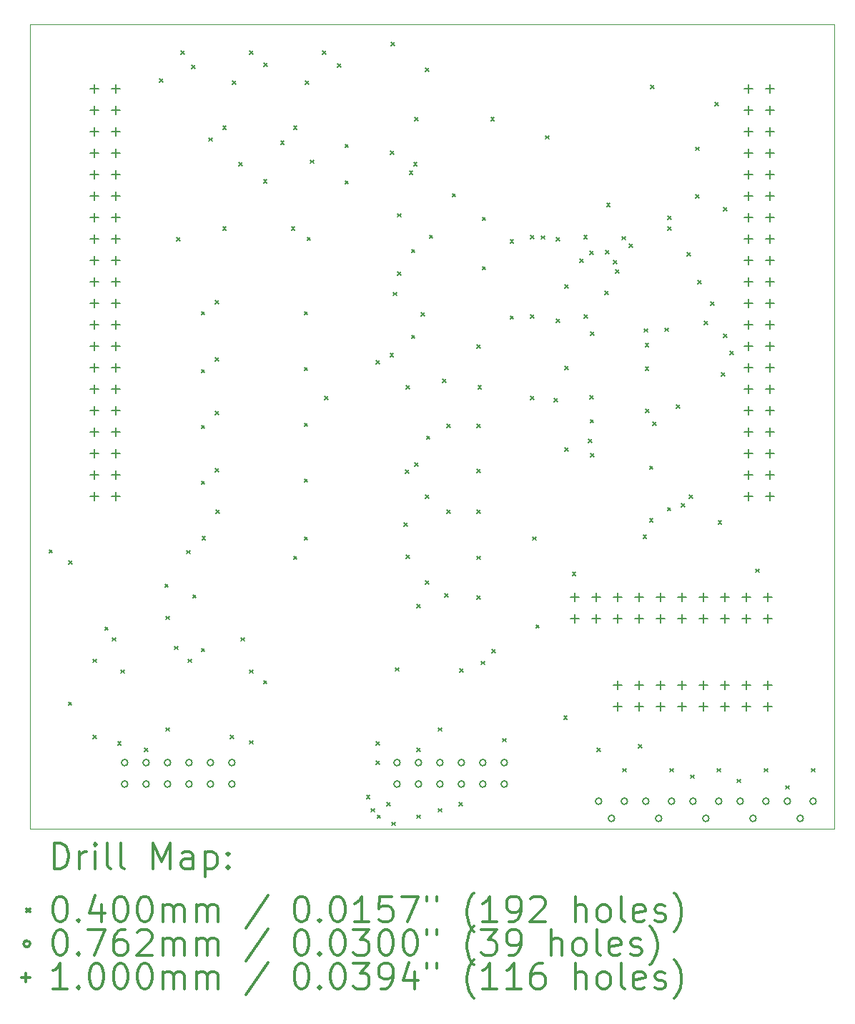
<source format=gbr>
%FSLAX45Y45*%
G04 Gerber Fmt 4.5, Leading zero omitted, Abs format (unit mm)*
G04 Created by KiCad (PCBNEW 5.99.0+really5.1.12+dfsg1-1~bpo11+1) date 2021-12-22 21:03:27*
%MOMM*%
%LPD*%
G01*
G04 APERTURE LIST*
%TA.AperFunction,Profile*%
%ADD10C,0.050000*%
%TD*%
%ADD11C,0.200000*%
%ADD12C,0.300000*%
G04 APERTURE END LIST*
D10*
X9232900Y-14706600D02*
X9232900Y-5181600D01*
X18757900Y-14706600D02*
X9232900Y-14706600D01*
X18757900Y-5181600D02*
X18757900Y-14706600D01*
X9232900Y-5181600D02*
X18757900Y-5181600D01*
D11*
X9454200Y-11397300D02*
X9494200Y-11437300D01*
X9494200Y-11397300D02*
X9454200Y-11437300D01*
X9682800Y-13200700D02*
X9722800Y-13240700D01*
X9722800Y-13200700D02*
X9682800Y-13240700D01*
X9689150Y-11530650D02*
X9729150Y-11570650D01*
X9729150Y-11530650D02*
X9689150Y-11570650D01*
X9974900Y-12692700D02*
X10014900Y-12732700D01*
X10014900Y-12692700D02*
X9974900Y-12732700D01*
X9974900Y-13594400D02*
X10014900Y-13634400D01*
X10014900Y-13594400D02*
X9974900Y-13634400D01*
X10114600Y-12311700D02*
X10154600Y-12351700D01*
X10154600Y-12311700D02*
X10114600Y-12351700D01*
X10203500Y-12438700D02*
X10243500Y-12478700D01*
X10243500Y-12438700D02*
X10203500Y-12478700D01*
X10267000Y-13670600D02*
X10307000Y-13710600D01*
X10307000Y-13670600D02*
X10267000Y-13710600D01*
X10305100Y-12819700D02*
X10345100Y-12859700D01*
X10345100Y-12819700D02*
X10305100Y-12859700D01*
X10584500Y-13746800D02*
X10624500Y-13786800D01*
X10624500Y-13746800D02*
X10584500Y-13786800D01*
X10762300Y-5822000D02*
X10802300Y-5862000D01*
X10802300Y-5822000D02*
X10762300Y-5862000D01*
X10825800Y-11803700D02*
X10865800Y-11843700D01*
X10865800Y-11803700D02*
X10825800Y-11843700D01*
X10838500Y-12184700D02*
X10878500Y-12224700D01*
X10878500Y-12184700D02*
X10838500Y-12224700D01*
X10838500Y-13505500D02*
X10878500Y-13545500D01*
X10878500Y-13505500D02*
X10838500Y-13545500D01*
X10941299Y-12541449D02*
X10981299Y-12581449D01*
X10981299Y-12541449D02*
X10941299Y-12581449D01*
X10965500Y-7701600D02*
X11005500Y-7741600D01*
X11005500Y-7701600D02*
X10965500Y-7741600D01*
X11017101Y-5491800D02*
X11057101Y-5531800D01*
X11057101Y-5491800D02*
X11017101Y-5531800D01*
X11084023Y-11405990D02*
X11124023Y-11445990D01*
X11124023Y-11405990D02*
X11084023Y-11445990D01*
X11104001Y-12692700D02*
X11144001Y-12732700D01*
X11144001Y-12692700D02*
X11104001Y-12732700D01*
X11142101Y-5663300D02*
X11182101Y-5703300D01*
X11182101Y-5663300D02*
X11142101Y-5703300D01*
X11156000Y-11930700D02*
X11196000Y-11970700D01*
X11196000Y-11930700D02*
X11156000Y-11970700D01*
X11257600Y-8577900D02*
X11297600Y-8617900D01*
X11297600Y-8577900D02*
X11257600Y-8617900D01*
X11257600Y-9263700D02*
X11297600Y-9303700D01*
X11297600Y-9263700D02*
X11257600Y-9303700D01*
X11257600Y-9924100D02*
X11297600Y-9964100D01*
X11297600Y-9924100D02*
X11257600Y-9964100D01*
X11257600Y-10584500D02*
X11297600Y-10624500D01*
X11297600Y-10584500D02*
X11257600Y-10624500D01*
X11257600Y-12565700D02*
X11297600Y-12605700D01*
X11297600Y-12565700D02*
X11257600Y-12605700D01*
X11267386Y-11241651D02*
X11307386Y-11281651D01*
X11307386Y-11241651D02*
X11267386Y-11281651D01*
X11346500Y-6520500D02*
X11386500Y-6560500D01*
X11386500Y-6520500D02*
X11346500Y-6560500D01*
X11423799Y-9122901D02*
X11463799Y-9162901D01*
X11463799Y-9122901D02*
X11423799Y-9162901D01*
X11423799Y-9760099D02*
X11463799Y-9800099D01*
X11463799Y-9760099D02*
X11423799Y-9800099D01*
X11426599Y-8449420D02*
X11466599Y-8489420D01*
X11466599Y-8449420D02*
X11426599Y-8489420D01*
X11426599Y-10434400D02*
X11466599Y-10474400D01*
X11466599Y-10434400D02*
X11426599Y-10474400D01*
X11432899Y-10928700D02*
X11472899Y-10968700D01*
X11472899Y-10928700D02*
X11432899Y-10968700D01*
X11511700Y-6380700D02*
X11551700Y-6420700D01*
X11551700Y-6380700D02*
X11511700Y-6420700D01*
X11512600Y-7573600D02*
X11552600Y-7613600D01*
X11552600Y-7573600D02*
X11512600Y-7613600D01*
X11600500Y-13594400D02*
X11640500Y-13634400D01*
X11640500Y-13594400D02*
X11600500Y-13634400D01*
X11627500Y-5845800D02*
X11667500Y-5885800D01*
X11667500Y-5845800D02*
X11627500Y-5885800D01*
X11704706Y-6813799D02*
X11744706Y-6853799D01*
X11744706Y-6813799D02*
X11704706Y-6853799D01*
X11727500Y-12438700D02*
X11767500Y-12478700D01*
X11767500Y-12438700D02*
X11727500Y-12478700D01*
X11829100Y-5491800D02*
X11869100Y-5531800D01*
X11869100Y-5491800D02*
X11829100Y-5531800D01*
X11829100Y-12819700D02*
X11869100Y-12859700D01*
X11869100Y-12819700D02*
X11829100Y-12859700D01*
X11829100Y-13657900D02*
X11869100Y-13697900D01*
X11869100Y-13657900D02*
X11829100Y-13697900D01*
X11994200Y-7015800D02*
X12034200Y-7055800D01*
X12034200Y-7015800D02*
X11994200Y-7055800D01*
X11994200Y-12946700D02*
X12034200Y-12986700D01*
X12034200Y-12946700D02*
X11994200Y-12986700D01*
X12000600Y-5637900D02*
X12040600Y-5677900D01*
X12040600Y-5637900D02*
X12000600Y-5677900D01*
X12197400Y-6558600D02*
X12237400Y-6598600D01*
X12237400Y-6558600D02*
X12197400Y-6598600D01*
X12325400Y-7573600D02*
X12365400Y-7613600D01*
X12365400Y-7573600D02*
X12325400Y-7613600D01*
X12349800Y-6380800D02*
X12389800Y-6420800D01*
X12389800Y-6380800D02*
X12349800Y-6420800D01*
X12349800Y-11473500D02*
X12389800Y-11513500D01*
X12389800Y-11473500D02*
X12349800Y-11513500D01*
X12476800Y-8577900D02*
X12516800Y-8617900D01*
X12516800Y-8577900D02*
X12476800Y-8617900D01*
X12476800Y-9238300D02*
X12516800Y-9278300D01*
X12516800Y-9238300D02*
X12476800Y-9278300D01*
X12476800Y-9898700D02*
X12516800Y-9938700D01*
X12516800Y-9898700D02*
X12476800Y-9938700D01*
X12476800Y-10559100D02*
X12516800Y-10599100D01*
X12516800Y-10559100D02*
X12476800Y-10599100D01*
X12476800Y-11244900D02*
X12516800Y-11284900D01*
X12516800Y-11244900D02*
X12476800Y-11284900D01*
X12489500Y-5847400D02*
X12529500Y-5887400D01*
X12529500Y-5847400D02*
X12489500Y-5887400D01*
X12511900Y-7698600D02*
X12551900Y-7738600D01*
X12551900Y-7698600D02*
X12511900Y-7738600D01*
X12550766Y-6784966D02*
X12590766Y-6824966D01*
X12590766Y-6784966D02*
X12550766Y-6824966D01*
X12692700Y-5491800D02*
X12732700Y-5531800D01*
X12732700Y-5491800D02*
X12692700Y-5531800D01*
X12718000Y-9581100D02*
X12758000Y-9621100D01*
X12758000Y-9581100D02*
X12718000Y-9621100D01*
X12872100Y-5645800D02*
X12912100Y-5685800D01*
X12912100Y-5645800D02*
X12872100Y-5685800D01*
X12959400Y-6596700D02*
X12999400Y-6636700D01*
X12999400Y-6596700D02*
X12959400Y-6636700D01*
X12959400Y-7028500D02*
X12999400Y-7068500D01*
X12999400Y-7028500D02*
X12959400Y-7068500D01*
X13213400Y-14305600D02*
X13253400Y-14345600D01*
X13253400Y-14305600D02*
X13213400Y-14345600D01*
X13267370Y-14464059D02*
X13307370Y-14504059D01*
X13307370Y-14464059D02*
X13267370Y-14504059D01*
X13327700Y-13670600D02*
X13367700Y-13710600D01*
X13367700Y-13670600D02*
X13327700Y-13710600D01*
X13327700Y-13899200D02*
X13367700Y-13939200D01*
X13367700Y-13899200D02*
X13327700Y-13939200D01*
X13327800Y-9162000D02*
X13367800Y-9202000D01*
X13367800Y-9162000D02*
X13327800Y-9202000D01*
X13340888Y-14539060D02*
X13380888Y-14579060D01*
X13380888Y-14539060D02*
X13340888Y-14579060D01*
X13455231Y-14389058D02*
X13495231Y-14429058D01*
X13495231Y-14389058D02*
X13455231Y-14429058D01*
X13492800Y-9073200D02*
X13532800Y-9113200D01*
X13532800Y-9073200D02*
X13492800Y-9113200D01*
X13496101Y-6679299D02*
X13536101Y-6719299D01*
X13536101Y-6679299D02*
X13496101Y-6719299D01*
X13505500Y-5390200D02*
X13545500Y-5430200D01*
X13545500Y-5390200D02*
X13505500Y-5430200D01*
X13517656Y-14623644D02*
X13557656Y-14663644D01*
X13557656Y-14623644D02*
X13517656Y-14663644D01*
X13530900Y-8349300D02*
X13570900Y-8389300D01*
X13570900Y-8349300D02*
X13530900Y-8389300D01*
X13556300Y-12794300D02*
X13596300Y-12834300D01*
X13596300Y-12794300D02*
X13556300Y-12834300D01*
X13584700Y-7419200D02*
X13624700Y-7459200D01*
X13624700Y-7419200D02*
X13584700Y-7459200D01*
X13584700Y-8111000D02*
X13624700Y-8151000D01*
X13624700Y-8111000D02*
X13584700Y-8151000D01*
X13657900Y-11079800D02*
X13697900Y-11119800D01*
X13697900Y-11079800D02*
X13657900Y-11119800D01*
X13673600Y-10456301D02*
X13713600Y-10496301D01*
X13713600Y-10456301D02*
X13673600Y-10496301D01*
X13683300Y-9454200D02*
X13723300Y-9494200D01*
X13723300Y-9454200D02*
X13683300Y-9494200D01*
X13683300Y-11460800D02*
X13723300Y-11500800D01*
X13723300Y-11460800D02*
X13683300Y-11500800D01*
X13721400Y-6914200D02*
X13761400Y-6954200D01*
X13761400Y-6914200D02*
X13721400Y-6954200D01*
X13746800Y-8857300D02*
X13786800Y-8897300D01*
X13786800Y-8857300D02*
X13746800Y-8897300D01*
X13748600Y-7841300D02*
X13788600Y-7881300D01*
X13788600Y-7841300D02*
X13748600Y-7881300D01*
X13772200Y-6812600D02*
X13812200Y-6852600D01*
X13812200Y-6812600D02*
X13772200Y-6852600D01*
X13784900Y-6279200D02*
X13824900Y-6319200D01*
X13824900Y-6279200D02*
X13784900Y-6319200D01*
X13784900Y-10368600D02*
X13824900Y-10408600D01*
X13824900Y-10368600D02*
X13784900Y-10408600D01*
X13810300Y-12045000D02*
X13850300Y-12085000D01*
X13850300Y-12045000D02*
X13810300Y-12085000D01*
X13810300Y-13746800D02*
X13850300Y-13786800D01*
X13850300Y-13746800D02*
X13810300Y-13786800D01*
X13810788Y-14539060D02*
X13850788Y-14579060D01*
X13850788Y-14539060D02*
X13810788Y-14579060D01*
X13860100Y-8591600D02*
X13900100Y-8631600D01*
X13900100Y-8591600D02*
X13860100Y-8631600D01*
X13911900Y-5695000D02*
X13951900Y-5735000D01*
X13951900Y-5695000D02*
X13911900Y-5735000D01*
X13911900Y-10749600D02*
X13951900Y-10789600D01*
X13951900Y-10749600D02*
X13911900Y-10789600D01*
X13911900Y-11765600D02*
X13951900Y-11805600D01*
X13951900Y-11765600D02*
X13911900Y-11805600D01*
X13924600Y-10051100D02*
X13964600Y-10091100D01*
X13964600Y-10051100D02*
X13924600Y-10091100D01*
X13959700Y-7673200D02*
X13999700Y-7713200D01*
X13999700Y-7673200D02*
X13959700Y-7713200D01*
X14064300Y-13505500D02*
X14104300Y-13545500D01*
X14104300Y-13505500D02*
X14064300Y-13545500D01*
X14066025Y-14464059D02*
X14106025Y-14504059D01*
X14106025Y-14464059D02*
X14066025Y-14504059D01*
X14115100Y-9378000D02*
X14155100Y-9418000D01*
X14155100Y-9378000D02*
X14115100Y-9418000D01*
X14140500Y-11918000D02*
X14180500Y-11958000D01*
X14180500Y-11918000D02*
X14140500Y-11958000D01*
X14165900Y-9911400D02*
X14205900Y-9951400D01*
X14205900Y-9911400D02*
X14165900Y-9951400D01*
X14165900Y-10927400D02*
X14205900Y-10967400D01*
X14205900Y-10927400D02*
X14165900Y-10967400D01*
X14229400Y-7180900D02*
X14269400Y-7220900D01*
X14269400Y-7180900D02*
X14229400Y-7220900D01*
X14312858Y-14389058D02*
X14352858Y-14429058D01*
X14352858Y-14389058D02*
X14312858Y-14429058D01*
X14318300Y-12807000D02*
X14358300Y-12847000D01*
X14358300Y-12807000D02*
X14318300Y-12847000D01*
X14521400Y-11473600D02*
X14561400Y-11513600D01*
X14561400Y-11473600D02*
X14521400Y-11513600D01*
X14521500Y-8971600D02*
X14561500Y-9011600D01*
X14561500Y-8971600D02*
X14521500Y-9011600D01*
X14521500Y-9911400D02*
X14561500Y-9951400D01*
X14561500Y-9911400D02*
X14521500Y-9951400D01*
X14521500Y-10444800D02*
X14561500Y-10484800D01*
X14561500Y-10444800D02*
X14521500Y-10484800D01*
X14521500Y-10927400D02*
X14561500Y-10967400D01*
X14561500Y-10927400D02*
X14521500Y-10967400D01*
X14521500Y-11943400D02*
X14561500Y-11983400D01*
X14561500Y-11943400D02*
X14521500Y-11983400D01*
X14534200Y-9454200D02*
X14574200Y-9494200D01*
X14574200Y-9454200D02*
X14534200Y-9494200D01*
X14572300Y-12718100D02*
X14612300Y-12758100D01*
X14612300Y-12718100D02*
X14572300Y-12758100D01*
X14585000Y-7460300D02*
X14625000Y-7500300D01*
X14625000Y-7460300D02*
X14585000Y-7500300D01*
X14585000Y-7460300D02*
X14625000Y-7500300D01*
X14625000Y-7460300D02*
X14585000Y-7500300D01*
X14585000Y-8044500D02*
X14625000Y-8084500D01*
X14625000Y-8044500D02*
X14585000Y-8084500D01*
X14686600Y-6279200D02*
X14726600Y-6319200D01*
X14726600Y-6279200D02*
X14686600Y-6319200D01*
X14699300Y-12578400D02*
X14739300Y-12618400D01*
X14739300Y-12578400D02*
X14699300Y-12618400D01*
X14826300Y-13632500D02*
X14866300Y-13672500D01*
X14866300Y-13632500D02*
X14826300Y-13672500D01*
X14915200Y-7727000D02*
X14955200Y-7767000D01*
X14955200Y-7727000D02*
X14915200Y-7767000D01*
X14915200Y-8628700D02*
X14955200Y-8668700D01*
X14955200Y-8628700D02*
X14915200Y-8668700D01*
X15156500Y-7676200D02*
X15196500Y-7716200D01*
X15196500Y-7676200D02*
X15156500Y-7716200D01*
X15156500Y-8616000D02*
X15196500Y-8656000D01*
X15196500Y-8616000D02*
X15156500Y-8656000D01*
X15156500Y-9581200D02*
X15196500Y-9621200D01*
X15196500Y-9581200D02*
X15156500Y-9621200D01*
X15181900Y-11244900D02*
X15221900Y-11284900D01*
X15221900Y-11244900D02*
X15181900Y-11284900D01*
X15220000Y-12286300D02*
X15260000Y-12326300D01*
X15260000Y-12286300D02*
X15220000Y-12326300D01*
X15283500Y-7682500D02*
X15323500Y-7722500D01*
X15323500Y-7682500D02*
X15283500Y-7722500D01*
X15334300Y-6495100D02*
X15374300Y-6535100D01*
X15374300Y-6495100D02*
X15334300Y-6535100D01*
X15435900Y-9606600D02*
X15475900Y-9646600D01*
X15475900Y-9606600D02*
X15435900Y-9646600D01*
X15461300Y-7701900D02*
X15501300Y-7741900D01*
X15501300Y-7701900D02*
X15461300Y-7741900D01*
X15461300Y-8666800D02*
X15501300Y-8706800D01*
X15501300Y-8666800D02*
X15461300Y-8706800D01*
X15550200Y-13365800D02*
X15590200Y-13405800D01*
X15590200Y-13365800D02*
X15550200Y-13405800D01*
X15562900Y-8260400D02*
X15602900Y-8300400D01*
X15602900Y-8260400D02*
X15562900Y-8300400D01*
X15562900Y-9225600D02*
X15602900Y-9265600D01*
X15602900Y-9225600D02*
X15562900Y-9265600D01*
X15562900Y-10190800D02*
X15602900Y-10230800D01*
X15602900Y-10190800D02*
X15562900Y-10230800D01*
X15651800Y-11664000D02*
X15691800Y-11704000D01*
X15691800Y-11664000D02*
X15651800Y-11704000D01*
X15740700Y-7955600D02*
X15780700Y-7995600D01*
X15780700Y-7955600D02*
X15740700Y-7995600D01*
X15788071Y-7676200D02*
X15828071Y-7716200D01*
X15828071Y-7676200D02*
X15788071Y-7716200D01*
X15791500Y-8616000D02*
X15831500Y-8656000D01*
X15831500Y-8616000D02*
X15791500Y-8656000D01*
X15842300Y-10089200D02*
X15882300Y-10129200D01*
X15882300Y-10089200D02*
X15842300Y-10129200D01*
X15861735Y-9570767D02*
X15901735Y-9610767D01*
X15901735Y-9570767D02*
X15861735Y-9610767D01*
X15863072Y-7860904D02*
X15903072Y-7900904D01*
X15903072Y-7860904D02*
X15863072Y-7900904D01*
X15865702Y-9858602D02*
X15905702Y-9898602D01*
X15905702Y-9858602D02*
X15865702Y-9898602D01*
X15867700Y-8819200D02*
X15907700Y-8859200D01*
X15907700Y-8819200D02*
X15867700Y-8859200D01*
X15869545Y-10261002D02*
X15909545Y-10301002D01*
X15909545Y-10261002D02*
X15869545Y-10301002D01*
X15943900Y-13746800D02*
X15983900Y-13786800D01*
X15983900Y-13746800D02*
X15943900Y-13786800D01*
X16037701Y-8336600D02*
X16077701Y-8376600D01*
X16077701Y-8336600D02*
X16037701Y-8376600D01*
X16045500Y-7854000D02*
X16085500Y-7894000D01*
X16085500Y-7854000D02*
X16045500Y-7894000D01*
X16058200Y-7295200D02*
X16098200Y-7335200D01*
X16098200Y-7295200D02*
X16058200Y-7335200D01*
X16058200Y-7295200D02*
X16098200Y-7335200D01*
X16098200Y-7295200D02*
X16058200Y-7335200D01*
X16141032Y-7975536D02*
X16181032Y-8015536D01*
X16181032Y-7975536D02*
X16141032Y-8015536D01*
X16166599Y-8082600D02*
X16206599Y-8122600D01*
X16206599Y-8082600D02*
X16166599Y-8122600D01*
X16242647Y-7689357D02*
X16282647Y-7729357D01*
X16282647Y-7689357D02*
X16242647Y-7729357D01*
X16248700Y-13988100D02*
X16288700Y-14028100D01*
X16288700Y-13988100D02*
X16248700Y-14028100D01*
X16326099Y-7778999D02*
X16366099Y-7818999D01*
X16366099Y-7778999D02*
X16326099Y-7818999D01*
X16433702Y-13707501D02*
X16473702Y-13747501D01*
X16473702Y-13707501D02*
X16433702Y-13747501D01*
X16491199Y-11225683D02*
X16531199Y-11265683D01*
X16531199Y-11225683D02*
X16491199Y-11265683D01*
X16504698Y-8782424D02*
X16544698Y-8822424D01*
X16544698Y-8782424D02*
X16504698Y-8822424D01*
X16517398Y-9236178D02*
X16557398Y-9276178D01*
X16557398Y-9236178D02*
X16517398Y-9276178D01*
X16517398Y-8954462D02*
X16557398Y-8994462D01*
X16557398Y-8954462D02*
X16517398Y-8994462D01*
X16523797Y-9734066D02*
X16563797Y-9774066D01*
X16563797Y-9734066D02*
X16523797Y-9774066D01*
X16566200Y-10406700D02*
X16606200Y-10446700D01*
X16606200Y-10406700D02*
X16566200Y-10446700D01*
X16566200Y-11029000D02*
X16606200Y-11069000D01*
X16606200Y-11029000D02*
X16566200Y-11069000D01*
X16578900Y-5898200D02*
X16618900Y-5938200D01*
X16618900Y-5898200D02*
X16578900Y-5938200D01*
X16604022Y-9884702D02*
X16644022Y-9924702D01*
X16644022Y-9884702D02*
X16604022Y-9924702D01*
X16750400Y-8774700D02*
X16790400Y-8814700D01*
X16790400Y-8774700D02*
X16750400Y-8814700D01*
X16778139Y-10900002D02*
X16818139Y-10940002D01*
X16818139Y-10900002D02*
X16778139Y-10940002D01*
X16782100Y-7447600D02*
X16822100Y-7487600D01*
X16822100Y-7447600D02*
X16782100Y-7487600D01*
X16782100Y-7574600D02*
X16822100Y-7614600D01*
X16822100Y-7574600D02*
X16782100Y-7614600D01*
X16807500Y-13988100D02*
X16847500Y-14028100D01*
X16847500Y-13988100D02*
X16807500Y-14028100D01*
X16883700Y-9682800D02*
X16923700Y-9722800D01*
X16923700Y-9682800D02*
X16883700Y-9722800D01*
X16946001Y-10849871D02*
X16986001Y-10889871D01*
X16986001Y-10849871D02*
X16946001Y-10889871D01*
X17010700Y-7879400D02*
X17050700Y-7919400D01*
X17050700Y-7879400D02*
X17010700Y-7919400D01*
X17035100Y-10750600D02*
X17075100Y-10790600D01*
X17075100Y-10750600D02*
X17035100Y-10790600D01*
X17053808Y-14066298D02*
X17093808Y-14106298D01*
X17093808Y-14066298D02*
X17053808Y-14106298D01*
X17112300Y-7193600D02*
X17152300Y-7233600D01*
X17152300Y-7193600D02*
X17112300Y-7233600D01*
X17115599Y-6631501D02*
X17155599Y-6671501D01*
X17155599Y-6631501D02*
X17115599Y-6671501D01*
X17137700Y-8209600D02*
X17177700Y-8249600D01*
X17177700Y-8209600D02*
X17137700Y-8249600D01*
X17213000Y-8691300D02*
X17253000Y-8731300D01*
X17253000Y-8691300D02*
X17213000Y-8731300D01*
X17290100Y-8463600D02*
X17330100Y-8503600D01*
X17330100Y-8463600D02*
X17290100Y-8503600D01*
X17340900Y-6101400D02*
X17380900Y-6141400D01*
X17380900Y-6101400D02*
X17340900Y-6141400D01*
X17366300Y-13988100D02*
X17406300Y-14028100D01*
X17406300Y-13988100D02*
X17366300Y-14028100D01*
X17379000Y-11054400D02*
X17419000Y-11094400D01*
X17419000Y-11054400D02*
X17379000Y-11094400D01*
X17417100Y-9301800D02*
X17457100Y-9341800D01*
X17457100Y-9301800D02*
X17417100Y-9341800D01*
X17442500Y-7346000D02*
X17482500Y-7386000D01*
X17482500Y-7346000D02*
X17442500Y-7386000D01*
X17442500Y-8844600D02*
X17482500Y-8884600D01*
X17482500Y-8844600D02*
X17442500Y-8884600D01*
X17518700Y-9047800D02*
X17558700Y-9087800D01*
X17558700Y-9047800D02*
X17518700Y-9087800D01*
X17605366Y-14116299D02*
X17645366Y-14156299D01*
X17645366Y-14116299D02*
X17605366Y-14156299D01*
X17823500Y-11625900D02*
X17863500Y-11665900D01*
X17863500Y-11625900D02*
X17823500Y-11665900D01*
X17925100Y-13988100D02*
X17965100Y-14028100D01*
X17965100Y-13988100D02*
X17925100Y-14028100D01*
X18179100Y-14191300D02*
X18219100Y-14231300D01*
X18219100Y-14191300D02*
X18179100Y-14231300D01*
X18483900Y-13988100D02*
X18523900Y-14028100D01*
X18523900Y-13988100D02*
X18483900Y-14028100D01*
X10388600Y-13919200D02*
G75*
G03*
X10388600Y-13919200I-38100J0D01*
G01*
X10388600Y-14173200D02*
G75*
G03*
X10388600Y-14173200I-38100J0D01*
G01*
X10642600Y-13919200D02*
G75*
G03*
X10642600Y-13919200I-38100J0D01*
G01*
X10642600Y-14173200D02*
G75*
G03*
X10642600Y-14173200I-38100J0D01*
G01*
X10896600Y-13919200D02*
G75*
G03*
X10896600Y-13919200I-38100J0D01*
G01*
X10896600Y-14173200D02*
G75*
G03*
X10896600Y-14173200I-38100J0D01*
G01*
X11150600Y-13919200D02*
G75*
G03*
X11150600Y-13919200I-38100J0D01*
G01*
X11150600Y-14173200D02*
G75*
G03*
X11150600Y-14173200I-38100J0D01*
G01*
X11404600Y-13919200D02*
G75*
G03*
X11404600Y-13919200I-38100J0D01*
G01*
X11404600Y-14173200D02*
G75*
G03*
X11404600Y-14173200I-38100J0D01*
G01*
X11658600Y-13919200D02*
G75*
G03*
X11658600Y-13919200I-38100J0D01*
G01*
X11658600Y-14173200D02*
G75*
G03*
X11658600Y-14173200I-38100J0D01*
G01*
X13614400Y-13919200D02*
G75*
G03*
X13614400Y-13919200I-38100J0D01*
G01*
X13614400Y-14173200D02*
G75*
G03*
X13614400Y-14173200I-38100J0D01*
G01*
X13868400Y-13919200D02*
G75*
G03*
X13868400Y-13919200I-38100J0D01*
G01*
X13868400Y-14173200D02*
G75*
G03*
X13868400Y-14173200I-38100J0D01*
G01*
X14122400Y-13919200D02*
G75*
G03*
X14122400Y-13919200I-38100J0D01*
G01*
X14122400Y-14173200D02*
G75*
G03*
X14122400Y-14173200I-38100J0D01*
G01*
X14376400Y-13919200D02*
G75*
G03*
X14376400Y-13919200I-38100J0D01*
G01*
X14376400Y-14173200D02*
G75*
G03*
X14376400Y-14173200I-38100J0D01*
G01*
X14630400Y-13919200D02*
G75*
G03*
X14630400Y-13919200I-38100J0D01*
G01*
X14630400Y-14173200D02*
G75*
G03*
X14630400Y-14173200I-38100J0D01*
G01*
X14884400Y-13919200D02*
G75*
G03*
X14884400Y-13919200I-38100J0D01*
G01*
X14884400Y-14173200D02*
G75*
G03*
X14884400Y-14173200I-38100J0D01*
G01*
X16002000Y-14376400D02*
G75*
G03*
X16002000Y-14376400I-38100J0D01*
G01*
X16154400Y-14579600D02*
G75*
G03*
X16154400Y-14579600I-38100J0D01*
G01*
X16306800Y-14376400D02*
G75*
G03*
X16306800Y-14376400I-38100J0D01*
G01*
X16560800Y-14376400D02*
G75*
G03*
X16560800Y-14376400I-38100J0D01*
G01*
X16713200Y-14579600D02*
G75*
G03*
X16713200Y-14579600I-38100J0D01*
G01*
X16865600Y-14376400D02*
G75*
G03*
X16865600Y-14376400I-38100J0D01*
G01*
X17119600Y-14376400D02*
G75*
G03*
X17119600Y-14376400I-38100J0D01*
G01*
X17272000Y-14579600D02*
G75*
G03*
X17272000Y-14579600I-38100J0D01*
G01*
X17424400Y-14376400D02*
G75*
G03*
X17424400Y-14376400I-38100J0D01*
G01*
X17678400Y-14376400D02*
G75*
G03*
X17678400Y-14376400I-38100J0D01*
G01*
X17830800Y-14579600D02*
G75*
G03*
X17830800Y-14579600I-38100J0D01*
G01*
X17983200Y-14376400D02*
G75*
G03*
X17983200Y-14376400I-38100J0D01*
G01*
X18237200Y-14376400D02*
G75*
G03*
X18237200Y-14376400I-38100J0D01*
G01*
X18389600Y-14579600D02*
G75*
G03*
X18389600Y-14579600I-38100J0D01*
G01*
X18542000Y-14376400D02*
G75*
G03*
X18542000Y-14376400I-38100J0D01*
G01*
X9994900Y-5893600D02*
X9994900Y-5993600D01*
X9944900Y-5943600D02*
X10044900Y-5943600D01*
X9994900Y-6147600D02*
X9994900Y-6247600D01*
X9944900Y-6197600D02*
X10044900Y-6197600D01*
X9994900Y-6401600D02*
X9994900Y-6501600D01*
X9944900Y-6451600D02*
X10044900Y-6451600D01*
X9994900Y-6655600D02*
X9994900Y-6755600D01*
X9944900Y-6705600D02*
X10044900Y-6705600D01*
X9994900Y-6909600D02*
X9994900Y-7009600D01*
X9944900Y-6959600D02*
X10044900Y-6959600D01*
X9994900Y-7163600D02*
X9994900Y-7263600D01*
X9944900Y-7213600D02*
X10044900Y-7213600D01*
X9994900Y-7417600D02*
X9994900Y-7517600D01*
X9944900Y-7467600D02*
X10044900Y-7467600D01*
X9994900Y-7671600D02*
X9994900Y-7771600D01*
X9944900Y-7721600D02*
X10044900Y-7721600D01*
X9994900Y-7925600D02*
X9994900Y-8025600D01*
X9944900Y-7975600D02*
X10044900Y-7975600D01*
X9994900Y-8179600D02*
X9994900Y-8279600D01*
X9944900Y-8229600D02*
X10044900Y-8229600D01*
X9994900Y-8433600D02*
X9994900Y-8533600D01*
X9944900Y-8483600D02*
X10044900Y-8483600D01*
X9994900Y-8687600D02*
X9994900Y-8787600D01*
X9944900Y-8737600D02*
X10044900Y-8737600D01*
X9994900Y-8941600D02*
X9994900Y-9041600D01*
X9944900Y-8991600D02*
X10044900Y-8991600D01*
X9994900Y-9195600D02*
X9994900Y-9295600D01*
X9944900Y-9245600D02*
X10044900Y-9245600D01*
X9994900Y-9449600D02*
X9994900Y-9549600D01*
X9944900Y-9499600D02*
X10044900Y-9499600D01*
X9994900Y-9703600D02*
X9994900Y-9803600D01*
X9944900Y-9753600D02*
X10044900Y-9753600D01*
X9994900Y-9957600D02*
X9994900Y-10057600D01*
X9944900Y-10007600D02*
X10044900Y-10007600D01*
X9994900Y-10211600D02*
X9994900Y-10311600D01*
X9944900Y-10261600D02*
X10044900Y-10261600D01*
X9994900Y-10465600D02*
X9994900Y-10565600D01*
X9944900Y-10515600D02*
X10044900Y-10515600D01*
X9994900Y-10719600D02*
X9994900Y-10819600D01*
X9944900Y-10769600D02*
X10044900Y-10769600D01*
X10248900Y-5893600D02*
X10248900Y-5993600D01*
X10198900Y-5943600D02*
X10298900Y-5943600D01*
X10248900Y-6147600D02*
X10248900Y-6247600D01*
X10198900Y-6197600D02*
X10298900Y-6197600D01*
X10248900Y-6401600D02*
X10248900Y-6501600D01*
X10198900Y-6451600D02*
X10298900Y-6451600D01*
X10248900Y-6655600D02*
X10248900Y-6755600D01*
X10198900Y-6705600D02*
X10298900Y-6705600D01*
X10248900Y-6909600D02*
X10248900Y-7009600D01*
X10198900Y-6959600D02*
X10298900Y-6959600D01*
X10248900Y-7163600D02*
X10248900Y-7263600D01*
X10198900Y-7213600D02*
X10298900Y-7213600D01*
X10248900Y-7417600D02*
X10248900Y-7517600D01*
X10198900Y-7467600D02*
X10298900Y-7467600D01*
X10248900Y-7671600D02*
X10248900Y-7771600D01*
X10198900Y-7721600D02*
X10298900Y-7721600D01*
X10248900Y-7925600D02*
X10248900Y-8025600D01*
X10198900Y-7975600D02*
X10298900Y-7975600D01*
X10248900Y-8179600D02*
X10248900Y-8279600D01*
X10198900Y-8229600D02*
X10298900Y-8229600D01*
X10248900Y-8433600D02*
X10248900Y-8533600D01*
X10198900Y-8483600D02*
X10298900Y-8483600D01*
X10248900Y-8687600D02*
X10248900Y-8787600D01*
X10198900Y-8737600D02*
X10298900Y-8737600D01*
X10248900Y-8941600D02*
X10248900Y-9041600D01*
X10198900Y-8991600D02*
X10298900Y-8991600D01*
X10248900Y-9195600D02*
X10248900Y-9295600D01*
X10198900Y-9245600D02*
X10298900Y-9245600D01*
X10248900Y-9449600D02*
X10248900Y-9549600D01*
X10198900Y-9499600D02*
X10298900Y-9499600D01*
X10248900Y-9703600D02*
X10248900Y-9803600D01*
X10198900Y-9753600D02*
X10298900Y-9753600D01*
X10248900Y-9957600D02*
X10248900Y-10057600D01*
X10198900Y-10007600D02*
X10298900Y-10007600D01*
X10248900Y-10211600D02*
X10248900Y-10311600D01*
X10198900Y-10261600D02*
X10298900Y-10261600D01*
X10248900Y-10465600D02*
X10248900Y-10565600D01*
X10198900Y-10515600D02*
X10298900Y-10515600D01*
X10248900Y-10719600D02*
X10248900Y-10819600D01*
X10198900Y-10769600D02*
X10298900Y-10769600D01*
X15684500Y-11913400D02*
X15684500Y-12013400D01*
X15634500Y-11963400D02*
X15734500Y-11963400D01*
X15684500Y-12167400D02*
X15684500Y-12267400D01*
X15634500Y-12217400D02*
X15734500Y-12217400D01*
X15938500Y-11913400D02*
X15938500Y-12013400D01*
X15888500Y-11963400D02*
X15988500Y-11963400D01*
X15938500Y-12167400D02*
X15938500Y-12267400D01*
X15888500Y-12217400D02*
X15988500Y-12217400D01*
X16192500Y-11913400D02*
X16192500Y-12013400D01*
X16142500Y-11963400D02*
X16242500Y-11963400D01*
X16192500Y-12167400D02*
X16192500Y-12267400D01*
X16142500Y-12217400D02*
X16242500Y-12217400D01*
X16192500Y-12954800D02*
X16192500Y-13054800D01*
X16142500Y-13004800D02*
X16242500Y-13004800D01*
X16192500Y-13208800D02*
X16192500Y-13308800D01*
X16142500Y-13258800D02*
X16242500Y-13258800D01*
X16446500Y-11913400D02*
X16446500Y-12013400D01*
X16396500Y-11963400D02*
X16496500Y-11963400D01*
X16446500Y-12167400D02*
X16446500Y-12267400D01*
X16396500Y-12217400D02*
X16496500Y-12217400D01*
X16446500Y-12954800D02*
X16446500Y-13054800D01*
X16396500Y-13004800D02*
X16496500Y-13004800D01*
X16446500Y-13208800D02*
X16446500Y-13308800D01*
X16396500Y-13258800D02*
X16496500Y-13258800D01*
X16700500Y-11913400D02*
X16700500Y-12013400D01*
X16650500Y-11963400D02*
X16750500Y-11963400D01*
X16700500Y-12167400D02*
X16700500Y-12267400D01*
X16650500Y-12217400D02*
X16750500Y-12217400D01*
X16700500Y-12954800D02*
X16700500Y-13054800D01*
X16650500Y-13004800D02*
X16750500Y-13004800D01*
X16700500Y-13208800D02*
X16700500Y-13308800D01*
X16650500Y-13258800D02*
X16750500Y-13258800D01*
X16954500Y-11913400D02*
X16954500Y-12013400D01*
X16904500Y-11963400D02*
X17004500Y-11963400D01*
X16954500Y-12167400D02*
X16954500Y-12267400D01*
X16904500Y-12217400D02*
X17004500Y-12217400D01*
X16954500Y-12954800D02*
X16954500Y-13054800D01*
X16904500Y-13004800D02*
X17004500Y-13004800D01*
X16954500Y-13208800D02*
X16954500Y-13308800D01*
X16904500Y-13258800D02*
X17004500Y-13258800D01*
X17208500Y-11913400D02*
X17208500Y-12013400D01*
X17158500Y-11963400D02*
X17258500Y-11963400D01*
X17208500Y-12167400D02*
X17208500Y-12267400D01*
X17158500Y-12217400D02*
X17258500Y-12217400D01*
X17208500Y-12954800D02*
X17208500Y-13054800D01*
X17158500Y-13004800D02*
X17258500Y-13004800D01*
X17208500Y-13208800D02*
X17208500Y-13308800D01*
X17158500Y-13258800D02*
X17258500Y-13258800D01*
X17462500Y-11913400D02*
X17462500Y-12013400D01*
X17412500Y-11963400D02*
X17512500Y-11963400D01*
X17462500Y-12167400D02*
X17462500Y-12267400D01*
X17412500Y-12217400D02*
X17512500Y-12217400D01*
X17462500Y-12954800D02*
X17462500Y-13054800D01*
X17412500Y-13004800D02*
X17512500Y-13004800D01*
X17462500Y-13208800D02*
X17462500Y-13308800D01*
X17412500Y-13258800D02*
X17512500Y-13258800D01*
X17716500Y-11913400D02*
X17716500Y-12013400D01*
X17666500Y-11963400D02*
X17766500Y-11963400D01*
X17716500Y-12167400D02*
X17716500Y-12267400D01*
X17666500Y-12217400D02*
X17766500Y-12217400D01*
X17716500Y-12954800D02*
X17716500Y-13054800D01*
X17666500Y-13004800D02*
X17766500Y-13004800D01*
X17716500Y-13208800D02*
X17716500Y-13308800D01*
X17666500Y-13258800D02*
X17766500Y-13258800D01*
X17741900Y-5893600D02*
X17741900Y-5993600D01*
X17691900Y-5943600D02*
X17791900Y-5943600D01*
X17741900Y-6147600D02*
X17741900Y-6247600D01*
X17691900Y-6197600D02*
X17791900Y-6197600D01*
X17741900Y-6401600D02*
X17741900Y-6501600D01*
X17691900Y-6451600D02*
X17791900Y-6451600D01*
X17741900Y-6655600D02*
X17741900Y-6755600D01*
X17691900Y-6705600D02*
X17791900Y-6705600D01*
X17741900Y-6909600D02*
X17741900Y-7009600D01*
X17691900Y-6959600D02*
X17791900Y-6959600D01*
X17741900Y-7163600D02*
X17741900Y-7263600D01*
X17691900Y-7213600D02*
X17791900Y-7213600D01*
X17741900Y-7417600D02*
X17741900Y-7517600D01*
X17691900Y-7467600D02*
X17791900Y-7467600D01*
X17741900Y-7671600D02*
X17741900Y-7771600D01*
X17691900Y-7721600D02*
X17791900Y-7721600D01*
X17741900Y-7925600D02*
X17741900Y-8025600D01*
X17691900Y-7975600D02*
X17791900Y-7975600D01*
X17741900Y-8179600D02*
X17741900Y-8279600D01*
X17691900Y-8229600D02*
X17791900Y-8229600D01*
X17741900Y-8433600D02*
X17741900Y-8533600D01*
X17691900Y-8483600D02*
X17791900Y-8483600D01*
X17741900Y-8687600D02*
X17741900Y-8787600D01*
X17691900Y-8737600D02*
X17791900Y-8737600D01*
X17741900Y-8941600D02*
X17741900Y-9041600D01*
X17691900Y-8991600D02*
X17791900Y-8991600D01*
X17741900Y-9195600D02*
X17741900Y-9295600D01*
X17691900Y-9245600D02*
X17791900Y-9245600D01*
X17741900Y-9449600D02*
X17741900Y-9549600D01*
X17691900Y-9499600D02*
X17791900Y-9499600D01*
X17741900Y-9703600D02*
X17741900Y-9803600D01*
X17691900Y-9753600D02*
X17791900Y-9753600D01*
X17741900Y-9957600D02*
X17741900Y-10057600D01*
X17691900Y-10007600D02*
X17791900Y-10007600D01*
X17741900Y-10211600D02*
X17741900Y-10311600D01*
X17691900Y-10261600D02*
X17791900Y-10261600D01*
X17741900Y-10465600D02*
X17741900Y-10565600D01*
X17691900Y-10515600D02*
X17791900Y-10515600D01*
X17741900Y-10719600D02*
X17741900Y-10819600D01*
X17691900Y-10769600D02*
X17791900Y-10769600D01*
X17970500Y-11913400D02*
X17970500Y-12013400D01*
X17920500Y-11963400D02*
X18020500Y-11963400D01*
X17970500Y-12167400D02*
X17970500Y-12267400D01*
X17920500Y-12217400D02*
X18020500Y-12217400D01*
X17970500Y-12954800D02*
X17970500Y-13054800D01*
X17920500Y-13004800D02*
X18020500Y-13004800D01*
X17970500Y-13208800D02*
X17970500Y-13308800D01*
X17920500Y-13258800D02*
X18020500Y-13258800D01*
X17995900Y-5893600D02*
X17995900Y-5993600D01*
X17945900Y-5943600D02*
X18045900Y-5943600D01*
X17995900Y-6147600D02*
X17995900Y-6247600D01*
X17945900Y-6197600D02*
X18045900Y-6197600D01*
X17995900Y-6401600D02*
X17995900Y-6501600D01*
X17945900Y-6451600D02*
X18045900Y-6451600D01*
X17995900Y-6655600D02*
X17995900Y-6755600D01*
X17945900Y-6705600D02*
X18045900Y-6705600D01*
X17995900Y-6909600D02*
X17995900Y-7009600D01*
X17945900Y-6959600D02*
X18045900Y-6959600D01*
X17995900Y-7163600D02*
X17995900Y-7263600D01*
X17945900Y-7213600D02*
X18045900Y-7213600D01*
X17995900Y-7417600D02*
X17995900Y-7517600D01*
X17945900Y-7467600D02*
X18045900Y-7467600D01*
X17995900Y-7671600D02*
X17995900Y-7771600D01*
X17945900Y-7721600D02*
X18045900Y-7721600D01*
X17995900Y-7925600D02*
X17995900Y-8025600D01*
X17945900Y-7975600D02*
X18045900Y-7975600D01*
X17995900Y-8179600D02*
X17995900Y-8279600D01*
X17945900Y-8229600D02*
X18045900Y-8229600D01*
X17995900Y-8433600D02*
X17995900Y-8533600D01*
X17945900Y-8483600D02*
X18045900Y-8483600D01*
X17995900Y-8687600D02*
X17995900Y-8787600D01*
X17945900Y-8737600D02*
X18045900Y-8737600D01*
X17995900Y-8941600D02*
X17995900Y-9041600D01*
X17945900Y-8991600D02*
X18045900Y-8991600D01*
X17995900Y-9195600D02*
X17995900Y-9295600D01*
X17945900Y-9245600D02*
X18045900Y-9245600D01*
X17995900Y-9449600D02*
X17995900Y-9549600D01*
X17945900Y-9499600D02*
X18045900Y-9499600D01*
X17995900Y-9703600D02*
X17995900Y-9803600D01*
X17945900Y-9753600D02*
X18045900Y-9753600D01*
X17995900Y-9957600D02*
X17995900Y-10057600D01*
X17945900Y-10007600D02*
X18045900Y-10007600D01*
X17995900Y-10211600D02*
X17995900Y-10311600D01*
X17945900Y-10261600D02*
X18045900Y-10261600D01*
X17995900Y-10465600D02*
X17995900Y-10565600D01*
X17945900Y-10515600D02*
X18045900Y-10515600D01*
X17995900Y-10719600D02*
X17995900Y-10819600D01*
X17945900Y-10769600D02*
X18045900Y-10769600D01*
D12*
X9516828Y-15174814D02*
X9516828Y-14874814D01*
X9588257Y-14874814D01*
X9631114Y-14889100D01*
X9659686Y-14917671D01*
X9673971Y-14946243D01*
X9688257Y-15003386D01*
X9688257Y-15046243D01*
X9673971Y-15103386D01*
X9659686Y-15131957D01*
X9631114Y-15160529D01*
X9588257Y-15174814D01*
X9516828Y-15174814D01*
X9816828Y-15174814D02*
X9816828Y-14974814D01*
X9816828Y-15031957D02*
X9831114Y-15003386D01*
X9845400Y-14989100D01*
X9873971Y-14974814D01*
X9902543Y-14974814D01*
X10002543Y-15174814D02*
X10002543Y-14974814D01*
X10002543Y-14874814D02*
X9988257Y-14889100D01*
X10002543Y-14903386D01*
X10016828Y-14889100D01*
X10002543Y-14874814D01*
X10002543Y-14903386D01*
X10188257Y-15174814D02*
X10159686Y-15160529D01*
X10145400Y-15131957D01*
X10145400Y-14874814D01*
X10345400Y-15174814D02*
X10316828Y-15160529D01*
X10302543Y-15131957D01*
X10302543Y-14874814D01*
X10688257Y-15174814D02*
X10688257Y-14874814D01*
X10788257Y-15089100D01*
X10888257Y-14874814D01*
X10888257Y-15174814D01*
X11159686Y-15174814D02*
X11159686Y-15017671D01*
X11145400Y-14989100D01*
X11116828Y-14974814D01*
X11059686Y-14974814D01*
X11031114Y-14989100D01*
X11159686Y-15160529D02*
X11131114Y-15174814D01*
X11059686Y-15174814D01*
X11031114Y-15160529D01*
X11016828Y-15131957D01*
X11016828Y-15103386D01*
X11031114Y-15074814D01*
X11059686Y-15060529D01*
X11131114Y-15060529D01*
X11159686Y-15046243D01*
X11302543Y-14974814D02*
X11302543Y-15274814D01*
X11302543Y-14989100D02*
X11331114Y-14974814D01*
X11388257Y-14974814D01*
X11416828Y-14989100D01*
X11431114Y-15003386D01*
X11445400Y-15031957D01*
X11445400Y-15117671D01*
X11431114Y-15146243D01*
X11416828Y-15160529D01*
X11388257Y-15174814D01*
X11331114Y-15174814D01*
X11302543Y-15160529D01*
X11573971Y-15146243D02*
X11588257Y-15160529D01*
X11573971Y-15174814D01*
X11559686Y-15160529D01*
X11573971Y-15146243D01*
X11573971Y-15174814D01*
X11573971Y-14989100D02*
X11588257Y-15003386D01*
X11573971Y-15017671D01*
X11559686Y-15003386D01*
X11573971Y-14989100D01*
X11573971Y-15017671D01*
X9190400Y-15649100D02*
X9230400Y-15689100D01*
X9230400Y-15649100D02*
X9190400Y-15689100D01*
X9573971Y-15504814D02*
X9602543Y-15504814D01*
X9631114Y-15519100D01*
X9645400Y-15533386D01*
X9659686Y-15561957D01*
X9673971Y-15619100D01*
X9673971Y-15690529D01*
X9659686Y-15747671D01*
X9645400Y-15776243D01*
X9631114Y-15790529D01*
X9602543Y-15804814D01*
X9573971Y-15804814D01*
X9545400Y-15790529D01*
X9531114Y-15776243D01*
X9516828Y-15747671D01*
X9502543Y-15690529D01*
X9502543Y-15619100D01*
X9516828Y-15561957D01*
X9531114Y-15533386D01*
X9545400Y-15519100D01*
X9573971Y-15504814D01*
X9802543Y-15776243D02*
X9816828Y-15790529D01*
X9802543Y-15804814D01*
X9788257Y-15790529D01*
X9802543Y-15776243D01*
X9802543Y-15804814D01*
X10073971Y-15604814D02*
X10073971Y-15804814D01*
X10002543Y-15490529D02*
X9931114Y-15704814D01*
X10116828Y-15704814D01*
X10288257Y-15504814D02*
X10316828Y-15504814D01*
X10345400Y-15519100D01*
X10359686Y-15533386D01*
X10373971Y-15561957D01*
X10388257Y-15619100D01*
X10388257Y-15690529D01*
X10373971Y-15747671D01*
X10359686Y-15776243D01*
X10345400Y-15790529D01*
X10316828Y-15804814D01*
X10288257Y-15804814D01*
X10259686Y-15790529D01*
X10245400Y-15776243D01*
X10231114Y-15747671D01*
X10216828Y-15690529D01*
X10216828Y-15619100D01*
X10231114Y-15561957D01*
X10245400Y-15533386D01*
X10259686Y-15519100D01*
X10288257Y-15504814D01*
X10573971Y-15504814D02*
X10602543Y-15504814D01*
X10631114Y-15519100D01*
X10645400Y-15533386D01*
X10659686Y-15561957D01*
X10673971Y-15619100D01*
X10673971Y-15690529D01*
X10659686Y-15747671D01*
X10645400Y-15776243D01*
X10631114Y-15790529D01*
X10602543Y-15804814D01*
X10573971Y-15804814D01*
X10545400Y-15790529D01*
X10531114Y-15776243D01*
X10516828Y-15747671D01*
X10502543Y-15690529D01*
X10502543Y-15619100D01*
X10516828Y-15561957D01*
X10531114Y-15533386D01*
X10545400Y-15519100D01*
X10573971Y-15504814D01*
X10802543Y-15804814D02*
X10802543Y-15604814D01*
X10802543Y-15633386D02*
X10816828Y-15619100D01*
X10845400Y-15604814D01*
X10888257Y-15604814D01*
X10916828Y-15619100D01*
X10931114Y-15647671D01*
X10931114Y-15804814D01*
X10931114Y-15647671D02*
X10945400Y-15619100D01*
X10973971Y-15604814D01*
X11016828Y-15604814D01*
X11045400Y-15619100D01*
X11059686Y-15647671D01*
X11059686Y-15804814D01*
X11202543Y-15804814D02*
X11202543Y-15604814D01*
X11202543Y-15633386D02*
X11216828Y-15619100D01*
X11245400Y-15604814D01*
X11288257Y-15604814D01*
X11316828Y-15619100D01*
X11331114Y-15647671D01*
X11331114Y-15804814D01*
X11331114Y-15647671D02*
X11345400Y-15619100D01*
X11373971Y-15604814D01*
X11416828Y-15604814D01*
X11445400Y-15619100D01*
X11459686Y-15647671D01*
X11459686Y-15804814D01*
X12045400Y-15490529D02*
X11788257Y-15876243D01*
X12431114Y-15504814D02*
X12459686Y-15504814D01*
X12488257Y-15519100D01*
X12502543Y-15533386D01*
X12516828Y-15561957D01*
X12531114Y-15619100D01*
X12531114Y-15690529D01*
X12516828Y-15747671D01*
X12502543Y-15776243D01*
X12488257Y-15790529D01*
X12459686Y-15804814D01*
X12431114Y-15804814D01*
X12402543Y-15790529D01*
X12388257Y-15776243D01*
X12373971Y-15747671D01*
X12359686Y-15690529D01*
X12359686Y-15619100D01*
X12373971Y-15561957D01*
X12388257Y-15533386D01*
X12402543Y-15519100D01*
X12431114Y-15504814D01*
X12659686Y-15776243D02*
X12673971Y-15790529D01*
X12659686Y-15804814D01*
X12645400Y-15790529D01*
X12659686Y-15776243D01*
X12659686Y-15804814D01*
X12859686Y-15504814D02*
X12888257Y-15504814D01*
X12916828Y-15519100D01*
X12931114Y-15533386D01*
X12945400Y-15561957D01*
X12959686Y-15619100D01*
X12959686Y-15690529D01*
X12945400Y-15747671D01*
X12931114Y-15776243D01*
X12916828Y-15790529D01*
X12888257Y-15804814D01*
X12859686Y-15804814D01*
X12831114Y-15790529D01*
X12816828Y-15776243D01*
X12802543Y-15747671D01*
X12788257Y-15690529D01*
X12788257Y-15619100D01*
X12802543Y-15561957D01*
X12816828Y-15533386D01*
X12831114Y-15519100D01*
X12859686Y-15504814D01*
X13245400Y-15804814D02*
X13073971Y-15804814D01*
X13159686Y-15804814D02*
X13159686Y-15504814D01*
X13131114Y-15547671D01*
X13102543Y-15576243D01*
X13073971Y-15590529D01*
X13516828Y-15504814D02*
X13373971Y-15504814D01*
X13359686Y-15647671D01*
X13373971Y-15633386D01*
X13402543Y-15619100D01*
X13473971Y-15619100D01*
X13502543Y-15633386D01*
X13516828Y-15647671D01*
X13531114Y-15676243D01*
X13531114Y-15747671D01*
X13516828Y-15776243D01*
X13502543Y-15790529D01*
X13473971Y-15804814D01*
X13402543Y-15804814D01*
X13373971Y-15790529D01*
X13359686Y-15776243D01*
X13631114Y-15504814D02*
X13831114Y-15504814D01*
X13702543Y-15804814D01*
X13931114Y-15504814D02*
X13931114Y-15561957D01*
X14045400Y-15504814D02*
X14045400Y-15561957D01*
X14488257Y-15919100D02*
X14473971Y-15904814D01*
X14445400Y-15861957D01*
X14431114Y-15833386D01*
X14416828Y-15790529D01*
X14402543Y-15719100D01*
X14402543Y-15661957D01*
X14416828Y-15590529D01*
X14431114Y-15547671D01*
X14445400Y-15519100D01*
X14473971Y-15476243D01*
X14488257Y-15461957D01*
X14759686Y-15804814D02*
X14588257Y-15804814D01*
X14673971Y-15804814D02*
X14673971Y-15504814D01*
X14645400Y-15547671D01*
X14616828Y-15576243D01*
X14588257Y-15590529D01*
X14902543Y-15804814D02*
X14959686Y-15804814D01*
X14988257Y-15790529D01*
X15002543Y-15776243D01*
X15031114Y-15733386D01*
X15045400Y-15676243D01*
X15045400Y-15561957D01*
X15031114Y-15533386D01*
X15016828Y-15519100D01*
X14988257Y-15504814D01*
X14931114Y-15504814D01*
X14902543Y-15519100D01*
X14888257Y-15533386D01*
X14873971Y-15561957D01*
X14873971Y-15633386D01*
X14888257Y-15661957D01*
X14902543Y-15676243D01*
X14931114Y-15690529D01*
X14988257Y-15690529D01*
X15016828Y-15676243D01*
X15031114Y-15661957D01*
X15045400Y-15633386D01*
X15159686Y-15533386D02*
X15173971Y-15519100D01*
X15202543Y-15504814D01*
X15273971Y-15504814D01*
X15302543Y-15519100D01*
X15316828Y-15533386D01*
X15331114Y-15561957D01*
X15331114Y-15590529D01*
X15316828Y-15633386D01*
X15145400Y-15804814D01*
X15331114Y-15804814D01*
X15688257Y-15804814D02*
X15688257Y-15504814D01*
X15816828Y-15804814D02*
X15816828Y-15647671D01*
X15802543Y-15619100D01*
X15773971Y-15604814D01*
X15731114Y-15604814D01*
X15702543Y-15619100D01*
X15688257Y-15633386D01*
X16002543Y-15804814D02*
X15973971Y-15790529D01*
X15959686Y-15776243D01*
X15945400Y-15747671D01*
X15945400Y-15661957D01*
X15959686Y-15633386D01*
X15973971Y-15619100D01*
X16002543Y-15604814D01*
X16045400Y-15604814D01*
X16073971Y-15619100D01*
X16088257Y-15633386D01*
X16102543Y-15661957D01*
X16102543Y-15747671D01*
X16088257Y-15776243D01*
X16073971Y-15790529D01*
X16045400Y-15804814D01*
X16002543Y-15804814D01*
X16273971Y-15804814D02*
X16245400Y-15790529D01*
X16231114Y-15761957D01*
X16231114Y-15504814D01*
X16502543Y-15790529D02*
X16473971Y-15804814D01*
X16416828Y-15804814D01*
X16388257Y-15790529D01*
X16373971Y-15761957D01*
X16373971Y-15647671D01*
X16388257Y-15619100D01*
X16416828Y-15604814D01*
X16473971Y-15604814D01*
X16502543Y-15619100D01*
X16516828Y-15647671D01*
X16516828Y-15676243D01*
X16373971Y-15704814D01*
X16631114Y-15790529D02*
X16659686Y-15804814D01*
X16716828Y-15804814D01*
X16745400Y-15790529D01*
X16759686Y-15761957D01*
X16759686Y-15747671D01*
X16745400Y-15719100D01*
X16716828Y-15704814D01*
X16673971Y-15704814D01*
X16645400Y-15690529D01*
X16631114Y-15661957D01*
X16631114Y-15647671D01*
X16645400Y-15619100D01*
X16673971Y-15604814D01*
X16716828Y-15604814D01*
X16745400Y-15619100D01*
X16859686Y-15919100D02*
X16873971Y-15904814D01*
X16902543Y-15861957D01*
X16916828Y-15833386D01*
X16931114Y-15790529D01*
X16945400Y-15719100D01*
X16945400Y-15661957D01*
X16931114Y-15590529D01*
X16916828Y-15547671D01*
X16902543Y-15519100D01*
X16873971Y-15476243D01*
X16859686Y-15461957D01*
X9230400Y-16065100D02*
G75*
G03*
X9230400Y-16065100I-38100J0D01*
G01*
X9573971Y-15900814D02*
X9602543Y-15900814D01*
X9631114Y-15915100D01*
X9645400Y-15929386D01*
X9659686Y-15957957D01*
X9673971Y-16015100D01*
X9673971Y-16086529D01*
X9659686Y-16143671D01*
X9645400Y-16172243D01*
X9631114Y-16186529D01*
X9602543Y-16200814D01*
X9573971Y-16200814D01*
X9545400Y-16186529D01*
X9531114Y-16172243D01*
X9516828Y-16143671D01*
X9502543Y-16086529D01*
X9502543Y-16015100D01*
X9516828Y-15957957D01*
X9531114Y-15929386D01*
X9545400Y-15915100D01*
X9573971Y-15900814D01*
X9802543Y-16172243D02*
X9816828Y-16186529D01*
X9802543Y-16200814D01*
X9788257Y-16186529D01*
X9802543Y-16172243D01*
X9802543Y-16200814D01*
X9916828Y-15900814D02*
X10116828Y-15900814D01*
X9988257Y-16200814D01*
X10359686Y-15900814D02*
X10302543Y-15900814D01*
X10273971Y-15915100D01*
X10259686Y-15929386D01*
X10231114Y-15972243D01*
X10216828Y-16029386D01*
X10216828Y-16143671D01*
X10231114Y-16172243D01*
X10245400Y-16186529D01*
X10273971Y-16200814D01*
X10331114Y-16200814D01*
X10359686Y-16186529D01*
X10373971Y-16172243D01*
X10388257Y-16143671D01*
X10388257Y-16072243D01*
X10373971Y-16043671D01*
X10359686Y-16029386D01*
X10331114Y-16015100D01*
X10273971Y-16015100D01*
X10245400Y-16029386D01*
X10231114Y-16043671D01*
X10216828Y-16072243D01*
X10502543Y-15929386D02*
X10516828Y-15915100D01*
X10545400Y-15900814D01*
X10616828Y-15900814D01*
X10645400Y-15915100D01*
X10659686Y-15929386D01*
X10673971Y-15957957D01*
X10673971Y-15986529D01*
X10659686Y-16029386D01*
X10488257Y-16200814D01*
X10673971Y-16200814D01*
X10802543Y-16200814D02*
X10802543Y-16000814D01*
X10802543Y-16029386D02*
X10816828Y-16015100D01*
X10845400Y-16000814D01*
X10888257Y-16000814D01*
X10916828Y-16015100D01*
X10931114Y-16043671D01*
X10931114Y-16200814D01*
X10931114Y-16043671D02*
X10945400Y-16015100D01*
X10973971Y-16000814D01*
X11016828Y-16000814D01*
X11045400Y-16015100D01*
X11059686Y-16043671D01*
X11059686Y-16200814D01*
X11202543Y-16200814D02*
X11202543Y-16000814D01*
X11202543Y-16029386D02*
X11216828Y-16015100D01*
X11245400Y-16000814D01*
X11288257Y-16000814D01*
X11316828Y-16015100D01*
X11331114Y-16043671D01*
X11331114Y-16200814D01*
X11331114Y-16043671D02*
X11345400Y-16015100D01*
X11373971Y-16000814D01*
X11416828Y-16000814D01*
X11445400Y-16015100D01*
X11459686Y-16043671D01*
X11459686Y-16200814D01*
X12045400Y-15886529D02*
X11788257Y-16272243D01*
X12431114Y-15900814D02*
X12459686Y-15900814D01*
X12488257Y-15915100D01*
X12502543Y-15929386D01*
X12516828Y-15957957D01*
X12531114Y-16015100D01*
X12531114Y-16086529D01*
X12516828Y-16143671D01*
X12502543Y-16172243D01*
X12488257Y-16186529D01*
X12459686Y-16200814D01*
X12431114Y-16200814D01*
X12402543Y-16186529D01*
X12388257Y-16172243D01*
X12373971Y-16143671D01*
X12359686Y-16086529D01*
X12359686Y-16015100D01*
X12373971Y-15957957D01*
X12388257Y-15929386D01*
X12402543Y-15915100D01*
X12431114Y-15900814D01*
X12659686Y-16172243D02*
X12673971Y-16186529D01*
X12659686Y-16200814D01*
X12645400Y-16186529D01*
X12659686Y-16172243D01*
X12659686Y-16200814D01*
X12859686Y-15900814D02*
X12888257Y-15900814D01*
X12916828Y-15915100D01*
X12931114Y-15929386D01*
X12945400Y-15957957D01*
X12959686Y-16015100D01*
X12959686Y-16086529D01*
X12945400Y-16143671D01*
X12931114Y-16172243D01*
X12916828Y-16186529D01*
X12888257Y-16200814D01*
X12859686Y-16200814D01*
X12831114Y-16186529D01*
X12816828Y-16172243D01*
X12802543Y-16143671D01*
X12788257Y-16086529D01*
X12788257Y-16015100D01*
X12802543Y-15957957D01*
X12816828Y-15929386D01*
X12831114Y-15915100D01*
X12859686Y-15900814D01*
X13059686Y-15900814D02*
X13245400Y-15900814D01*
X13145400Y-16015100D01*
X13188257Y-16015100D01*
X13216828Y-16029386D01*
X13231114Y-16043671D01*
X13245400Y-16072243D01*
X13245400Y-16143671D01*
X13231114Y-16172243D01*
X13216828Y-16186529D01*
X13188257Y-16200814D01*
X13102543Y-16200814D01*
X13073971Y-16186529D01*
X13059686Y-16172243D01*
X13431114Y-15900814D02*
X13459686Y-15900814D01*
X13488257Y-15915100D01*
X13502543Y-15929386D01*
X13516828Y-15957957D01*
X13531114Y-16015100D01*
X13531114Y-16086529D01*
X13516828Y-16143671D01*
X13502543Y-16172243D01*
X13488257Y-16186529D01*
X13459686Y-16200814D01*
X13431114Y-16200814D01*
X13402543Y-16186529D01*
X13388257Y-16172243D01*
X13373971Y-16143671D01*
X13359686Y-16086529D01*
X13359686Y-16015100D01*
X13373971Y-15957957D01*
X13388257Y-15929386D01*
X13402543Y-15915100D01*
X13431114Y-15900814D01*
X13716828Y-15900814D02*
X13745400Y-15900814D01*
X13773971Y-15915100D01*
X13788257Y-15929386D01*
X13802543Y-15957957D01*
X13816828Y-16015100D01*
X13816828Y-16086529D01*
X13802543Y-16143671D01*
X13788257Y-16172243D01*
X13773971Y-16186529D01*
X13745400Y-16200814D01*
X13716828Y-16200814D01*
X13688257Y-16186529D01*
X13673971Y-16172243D01*
X13659686Y-16143671D01*
X13645400Y-16086529D01*
X13645400Y-16015100D01*
X13659686Y-15957957D01*
X13673971Y-15929386D01*
X13688257Y-15915100D01*
X13716828Y-15900814D01*
X13931114Y-15900814D02*
X13931114Y-15957957D01*
X14045400Y-15900814D02*
X14045400Y-15957957D01*
X14488257Y-16315100D02*
X14473971Y-16300814D01*
X14445400Y-16257957D01*
X14431114Y-16229386D01*
X14416828Y-16186529D01*
X14402543Y-16115100D01*
X14402543Y-16057957D01*
X14416828Y-15986529D01*
X14431114Y-15943671D01*
X14445400Y-15915100D01*
X14473971Y-15872243D01*
X14488257Y-15857957D01*
X14573971Y-15900814D02*
X14759686Y-15900814D01*
X14659686Y-16015100D01*
X14702543Y-16015100D01*
X14731114Y-16029386D01*
X14745400Y-16043671D01*
X14759686Y-16072243D01*
X14759686Y-16143671D01*
X14745400Y-16172243D01*
X14731114Y-16186529D01*
X14702543Y-16200814D01*
X14616828Y-16200814D01*
X14588257Y-16186529D01*
X14573971Y-16172243D01*
X14902543Y-16200814D02*
X14959686Y-16200814D01*
X14988257Y-16186529D01*
X15002543Y-16172243D01*
X15031114Y-16129386D01*
X15045400Y-16072243D01*
X15045400Y-15957957D01*
X15031114Y-15929386D01*
X15016828Y-15915100D01*
X14988257Y-15900814D01*
X14931114Y-15900814D01*
X14902543Y-15915100D01*
X14888257Y-15929386D01*
X14873971Y-15957957D01*
X14873971Y-16029386D01*
X14888257Y-16057957D01*
X14902543Y-16072243D01*
X14931114Y-16086529D01*
X14988257Y-16086529D01*
X15016828Y-16072243D01*
X15031114Y-16057957D01*
X15045400Y-16029386D01*
X15402543Y-16200814D02*
X15402543Y-15900814D01*
X15531114Y-16200814D02*
X15531114Y-16043671D01*
X15516828Y-16015100D01*
X15488257Y-16000814D01*
X15445400Y-16000814D01*
X15416828Y-16015100D01*
X15402543Y-16029386D01*
X15716828Y-16200814D02*
X15688257Y-16186529D01*
X15673971Y-16172243D01*
X15659686Y-16143671D01*
X15659686Y-16057957D01*
X15673971Y-16029386D01*
X15688257Y-16015100D01*
X15716828Y-16000814D01*
X15759686Y-16000814D01*
X15788257Y-16015100D01*
X15802543Y-16029386D01*
X15816828Y-16057957D01*
X15816828Y-16143671D01*
X15802543Y-16172243D01*
X15788257Y-16186529D01*
X15759686Y-16200814D01*
X15716828Y-16200814D01*
X15988257Y-16200814D02*
X15959686Y-16186529D01*
X15945400Y-16157957D01*
X15945400Y-15900814D01*
X16216828Y-16186529D02*
X16188257Y-16200814D01*
X16131114Y-16200814D01*
X16102543Y-16186529D01*
X16088257Y-16157957D01*
X16088257Y-16043671D01*
X16102543Y-16015100D01*
X16131114Y-16000814D01*
X16188257Y-16000814D01*
X16216828Y-16015100D01*
X16231114Y-16043671D01*
X16231114Y-16072243D01*
X16088257Y-16100814D01*
X16345400Y-16186529D02*
X16373971Y-16200814D01*
X16431114Y-16200814D01*
X16459686Y-16186529D01*
X16473971Y-16157957D01*
X16473971Y-16143671D01*
X16459686Y-16115100D01*
X16431114Y-16100814D01*
X16388257Y-16100814D01*
X16359686Y-16086529D01*
X16345400Y-16057957D01*
X16345400Y-16043671D01*
X16359686Y-16015100D01*
X16388257Y-16000814D01*
X16431114Y-16000814D01*
X16459686Y-16015100D01*
X16573971Y-16315100D02*
X16588257Y-16300814D01*
X16616828Y-16257957D01*
X16631114Y-16229386D01*
X16645400Y-16186529D01*
X16659686Y-16115100D01*
X16659686Y-16057957D01*
X16645400Y-15986529D01*
X16631114Y-15943671D01*
X16616828Y-15915100D01*
X16588257Y-15872243D01*
X16573971Y-15857957D01*
X9180400Y-16411100D02*
X9180400Y-16511100D01*
X9130400Y-16461100D02*
X9230400Y-16461100D01*
X9673971Y-16596814D02*
X9502543Y-16596814D01*
X9588257Y-16596814D02*
X9588257Y-16296814D01*
X9559686Y-16339671D01*
X9531114Y-16368243D01*
X9502543Y-16382529D01*
X9802543Y-16568243D02*
X9816828Y-16582529D01*
X9802543Y-16596814D01*
X9788257Y-16582529D01*
X9802543Y-16568243D01*
X9802543Y-16596814D01*
X10002543Y-16296814D02*
X10031114Y-16296814D01*
X10059686Y-16311100D01*
X10073971Y-16325386D01*
X10088257Y-16353957D01*
X10102543Y-16411100D01*
X10102543Y-16482529D01*
X10088257Y-16539671D01*
X10073971Y-16568243D01*
X10059686Y-16582529D01*
X10031114Y-16596814D01*
X10002543Y-16596814D01*
X9973971Y-16582529D01*
X9959686Y-16568243D01*
X9945400Y-16539671D01*
X9931114Y-16482529D01*
X9931114Y-16411100D01*
X9945400Y-16353957D01*
X9959686Y-16325386D01*
X9973971Y-16311100D01*
X10002543Y-16296814D01*
X10288257Y-16296814D02*
X10316828Y-16296814D01*
X10345400Y-16311100D01*
X10359686Y-16325386D01*
X10373971Y-16353957D01*
X10388257Y-16411100D01*
X10388257Y-16482529D01*
X10373971Y-16539671D01*
X10359686Y-16568243D01*
X10345400Y-16582529D01*
X10316828Y-16596814D01*
X10288257Y-16596814D01*
X10259686Y-16582529D01*
X10245400Y-16568243D01*
X10231114Y-16539671D01*
X10216828Y-16482529D01*
X10216828Y-16411100D01*
X10231114Y-16353957D01*
X10245400Y-16325386D01*
X10259686Y-16311100D01*
X10288257Y-16296814D01*
X10573971Y-16296814D02*
X10602543Y-16296814D01*
X10631114Y-16311100D01*
X10645400Y-16325386D01*
X10659686Y-16353957D01*
X10673971Y-16411100D01*
X10673971Y-16482529D01*
X10659686Y-16539671D01*
X10645400Y-16568243D01*
X10631114Y-16582529D01*
X10602543Y-16596814D01*
X10573971Y-16596814D01*
X10545400Y-16582529D01*
X10531114Y-16568243D01*
X10516828Y-16539671D01*
X10502543Y-16482529D01*
X10502543Y-16411100D01*
X10516828Y-16353957D01*
X10531114Y-16325386D01*
X10545400Y-16311100D01*
X10573971Y-16296814D01*
X10802543Y-16596814D02*
X10802543Y-16396814D01*
X10802543Y-16425386D02*
X10816828Y-16411100D01*
X10845400Y-16396814D01*
X10888257Y-16396814D01*
X10916828Y-16411100D01*
X10931114Y-16439671D01*
X10931114Y-16596814D01*
X10931114Y-16439671D02*
X10945400Y-16411100D01*
X10973971Y-16396814D01*
X11016828Y-16396814D01*
X11045400Y-16411100D01*
X11059686Y-16439671D01*
X11059686Y-16596814D01*
X11202543Y-16596814D02*
X11202543Y-16396814D01*
X11202543Y-16425386D02*
X11216828Y-16411100D01*
X11245400Y-16396814D01*
X11288257Y-16396814D01*
X11316828Y-16411100D01*
X11331114Y-16439671D01*
X11331114Y-16596814D01*
X11331114Y-16439671D02*
X11345400Y-16411100D01*
X11373971Y-16396814D01*
X11416828Y-16396814D01*
X11445400Y-16411100D01*
X11459686Y-16439671D01*
X11459686Y-16596814D01*
X12045400Y-16282529D02*
X11788257Y-16668243D01*
X12431114Y-16296814D02*
X12459686Y-16296814D01*
X12488257Y-16311100D01*
X12502543Y-16325386D01*
X12516828Y-16353957D01*
X12531114Y-16411100D01*
X12531114Y-16482529D01*
X12516828Y-16539671D01*
X12502543Y-16568243D01*
X12488257Y-16582529D01*
X12459686Y-16596814D01*
X12431114Y-16596814D01*
X12402543Y-16582529D01*
X12388257Y-16568243D01*
X12373971Y-16539671D01*
X12359686Y-16482529D01*
X12359686Y-16411100D01*
X12373971Y-16353957D01*
X12388257Y-16325386D01*
X12402543Y-16311100D01*
X12431114Y-16296814D01*
X12659686Y-16568243D02*
X12673971Y-16582529D01*
X12659686Y-16596814D01*
X12645400Y-16582529D01*
X12659686Y-16568243D01*
X12659686Y-16596814D01*
X12859686Y-16296814D02*
X12888257Y-16296814D01*
X12916828Y-16311100D01*
X12931114Y-16325386D01*
X12945400Y-16353957D01*
X12959686Y-16411100D01*
X12959686Y-16482529D01*
X12945400Y-16539671D01*
X12931114Y-16568243D01*
X12916828Y-16582529D01*
X12888257Y-16596814D01*
X12859686Y-16596814D01*
X12831114Y-16582529D01*
X12816828Y-16568243D01*
X12802543Y-16539671D01*
X12788257Y-16482529D01*
X12788257Y-16411100D01*
X12802543Y-16353957D01*
X12816828Y-16325386D01*
X12831114Y-16311100D01*
X12859686Y-16296814D01*
X13059686Y-16296814D02*
X13245400Y-16296814D01*
X13145400Y-16411100D01*
X13188257Y-16411100D01*
X13216828Y-16425386D01*
X13231114Y-16439671D01*
X13245400Y-16468243D01*
X13245400Y-16539671D01*
X13231114Y-16568243D01*
X13216828Y-16582529D01*
X13188257Y-16596814D01*
X13102543Y-16596814D01*
X13073971Y-16582529D01*
X13059686Y-16568243D01*
X13388257Y-16596814D02*
X13445400Y-16596814D01*
X13473971Y-16582529D01*
X13488257Y-16568243D01*
X13516828Y-16525386D01*
X13531114Y-16468243D01*
X13531114Y-16353957D01*
X13516828Y-16325386D01*
X13502543Y-16311100D01*
X13473971Y-16296814D01*
X13416828Y-16296814D01*
X13388257Y-16311100D01*
X13373971Y-16325386D01*
X13359686Y-16353957D01*
X13359686Y-16425386D01*
X13373971Y-16453957D01*
X13388257Y-16468243D01*
X13416828Y-16482529D01*
X13473971Y-16482529D01*
X13502543Y-16468243D01*
X13516828Y-16453957D01*
X13531114Y-16425386D01*
X13788257Y-16396814D02*
X13788257Y-16596814D01*
X13716828Y-16282529D02*
X13645400Y-16496814D01*
X13831114Y-16496814D01*
X13931114Y-16296814D02*
X13931114Y-16353957D01*
X14045400Y-16296814D02*
X14045400Y-16353957D01*
X14488257Y-16711100D02*
X14473971Y-16696814D01*
X14445400Y-16653957D01*
X14431114Y-16625386D01*
X14416828Y-16582529D01*
X14402543Y-16511100D01*
X14402543Y-16453957D01*
X14416828Y-16382529D01*
X14431114Y-16339671D01*
X14445400Y-16311100D01*
X14473971Y-16268243D01*
X14488257Y-16253957D01*
X14759686Y-16596814D02*
X14588257Y-16596814D01*
X14673971Y-16596814D02*
X14673971Y-16296814D01*
X14645400Y-16339671D01*
X14616828Y-16368243D01*
X14588257Y-16382529D01*
X15045400Y-16596814D02*
X14873971Y-16596814D01*
X14959686Y-16596814D02*
X14959686Y-16296814D01*
X14931114Y-16339671D01*
X14902543Y-16368243D01*
X14873971Y-16382529D01*
X15302543Y-16296814D02*
X15245400Y-16296814D01*
X15216828Y-16311100D01*
X15202543Y-16325386D01*
X15173971Y-16368243D01*
X15159686Y-16425386D01*
X15159686Y-16539671D01*
X15173971Y-16568243D01*
X15188257Y-16582529D01*
X15216828Y-16596814D01*
X15273971Y-16596814D01*
X15302543Y-16582529D01*
X15316828Y-16568243D01*
X15331114Y-16539671D01*
X15331114Y-16468243D01*
X15316828Y-16439671D01*
X15302543Y-16425386D01*
X15273971Y-16411100D01*
X15216828Y-16411100D01*
X15188257Y-16425386D01*
X15173971Y-16439671D01*
X15159686Y-16468243D01*
X15688257Y-16596814D02*
X15688257Y-16296814D01*
X15816828Y-16596814D02*
X15816828Y-16439671D01*
X15802543Y-16411100D01*
X15773971Y-16396814D01*
X15731114Y-16396814D01*
X15702543Y-16411100D01*
X15688257Y-16425386D01*
X16002543Y-16596814D02*
X15973971Y-16582529D01*
X15959686Y-16568243D01*
X15945400Y-16539671D01*
X15945400Y-16453957D01*
X15959686Y-16425386D01*
X15973971Y-16411100D01*
X16002543Y-16396814D01*
X16045400Y-16396814D01*
X16073971Y-16411100D01*
X16088257Y-16425386D01*
X16102543Y-16453957D01*
X16102543Y-16539671D01*
X16088257Y-16568243D01*
X16073971Y-16582529D01*
X16045400Y-16596814D01*
X16002543Y-16596814D01*
X16273971Y-16596814D02*
X16245400Y-16582529D01*
X16231114Y-16553957D01*
X16231114Y-16296814D01*
X16502543Y-16582529D02*
X16473971Y-16596814D01*
X16416828Y-16596814D01*
X16388257Y-16582529D01*
X16373971Y-16553957D01*
X16373971Y-16439671D01*
X16388257Y-16411100D01*
X16416828Y-16396814D01*
X16473971Y-16396814D01*
X16502543Y-16411100D01*
X16516828Y-16439671D01*
X16516828Y-16468243D01*
X16373971Y-16496814D01*
X16631114Y-16582529D02*
X16659686Y-16596814D01*
X16716828Y-16596814D01*
X16745400Y-16582529D01*
X16759686Y-16553957D01*
X16759686Y-16539671D01*
X16745400Y-16511100D01*
X16716828Y-16496814D01*
X16673971Y-16496814D01*
X16645400Y-16482529D01*
X16631114Y-16453957D01*
X16631114Y-16439671D01*
X16645400Y-16411100D01*
X16673971Y-16396814D01*
X16716828Y-16396814D01*
X16745400Y-16411100D01*
X16859686Y-16711100D02*
X16873971Y-16696814D01*
X16902543Y-16653957D01*
X16916828Y-16625386D01*
X16931114Y-16582529D01*
X16945400Y-16511100D01*
X16945400Y-16453957D01*
X16931114Y-16382529D01*
X16916828Y-16339671D01*
X16902543Y-16311100D01*
X16873971Y-16268243D01*
X16859686Y-16253957D01*
M02*

</source>
